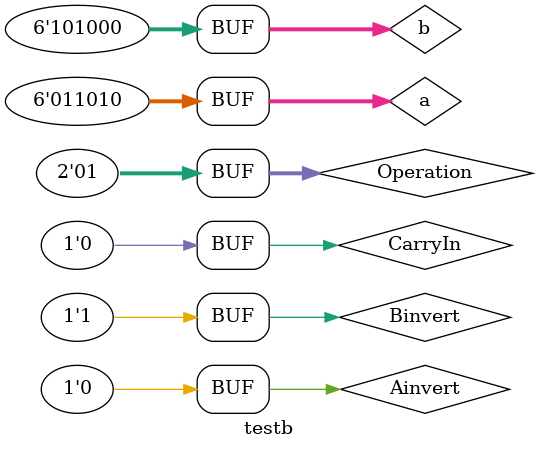
<source format=v>
module testb
(

);

reg [5:0] a;
reg Ainvert;
reg Binvert;
reg [5:0] b;
reg [1:0] Operation;
reg CarryIn;
wire CarryOut;
wire [5:0] Result;

ALU_6_bit myAlu6(a,b,Ainvert,Binvert,Operation,Result,CarryIn,CarryOut);

initial
begin
#0 a = 6'b011010;
#0 Ainvert = 1'b0;
#0 Binvert = 1'b1;
#0 b = 6'b101000;
#0 Operation = 2'b01;
#0 CarryIn = 1'b0;
end

endmodule 
  

</source>
